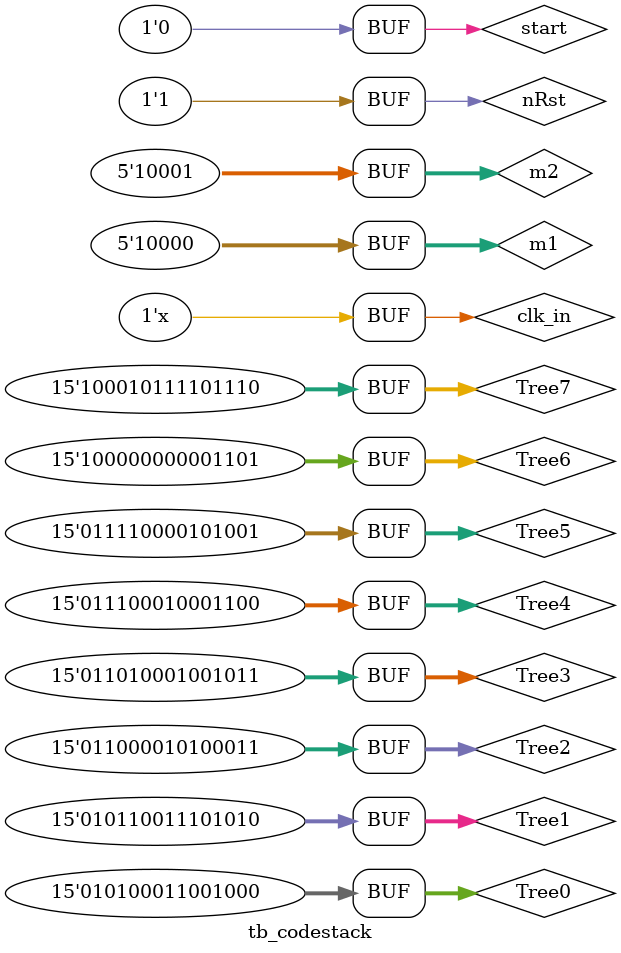
<source format=v>
`timescale 1ns / 1ps


`include "code_stack.v"

module tb_codestack();
    reg clk_in;
    reg nRst;
    reg start;
    reg [14:0]Tree0;
    reg [14:0]Tree1;
    reg [14:0]Tree2;
    reg [14:0]Tree3;
    reg [14:0]Tree4;
    reg [14:0]Tree5;
    reg [14:0]Tree6;
    reg [14:0]Tree7;
    reg [4:0]m1;
    reg [4:0]m2;

    wire [12:0]Code0;
    wire [12:0]Code1;
    wire [12:0]Code2;
    wire [12:0]Code3;
    wire [12:0]Code4;
    wire [12:0]Code5;
    wire [12:0]Code6;
    wire [12:0]Code7;
    wire [12:0]Code8;
    wire [12:0]Code9;

    code_stack uut(
        .Clk_in(clk_in),
        .n_Rst(nRst),
        .Start_code(start),
        .Tree0(Tree0),
        .Tree1(Tree1),
        .Tree2(Tree2),
        .Tree3(Tree3),
        .Tree4(Tree4),
        .Tree5(Tree5),
        .Tree6(Tree6),
        .Tree7(Tree7),
        .m1(m1),
        .m2(m2),
        .Code0(Code0),
        .Code1(Code1),
        .Code2(Code2),
        .Code3(Code3),
        .Code4(Code4),
        .Code5(Code5),
        .Code6(Code6),
        .Code7(Code7),
        .Code8(Code8),
        .Code9(Code9)
    );

    initial begin
        clk_in = 0;
        nRst = 0;
        start = 0;
        //input data [53, 40, 26, 14, 38, 23, 7, 12, 4, 39]
        Tree0=15'h28c8;
        Tree1=15'h2cea;
        Tree2=15'h30a3;
        Tree3=15'h344b;
        Tree4=15'h388c;
        Tree5=15'h3c29;
        Tree6=15'h400d;
        Tree7=15'h45ee;
        m1=16;
        m2=17;

/*        Tree0=15'h0008;
        Tree1=0;
        Tree1=0;
        Tree1=0;
        Tree1=0;
        Tree1=0;
        Tree1=0;
        Tree1=0;
        m1=5'h1f;
        m2=0;*/

        #500;
        nRst = 1;

        start = 1;
        #200;
        start = 0;

    end

    always #5 clk_in = ~clk_in;

endmodule
</source>
